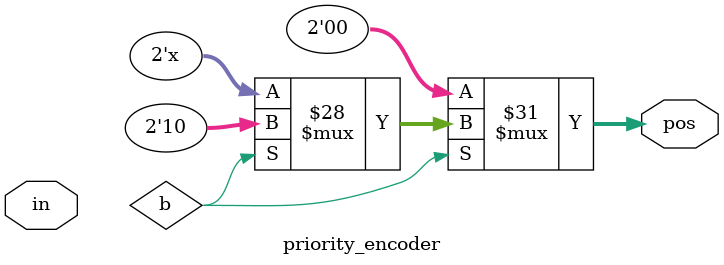
<source format=v>
module priority_encoder( 
input [2:0] in,
output reg [1:0] pos ); 
// When sel=1, assign b to out
assign b[1] = ((~in[2])&(~in[1])&(~in[0])) | ((~in[2])&(~in[1])&(in[0]));
assign b[0] = ((~in[2])&(~in[1])&(~in[0])) | ((~in[2])&(~in[1])&(in[0]));

//assign pos = only bits in and I0 are active
always @ (in)
if(b==2'b00)
pos=2'b00;
else 
if(b==2'b11)
pos=2'b11;
else
pos=2'b10;
endmodule

</source>
